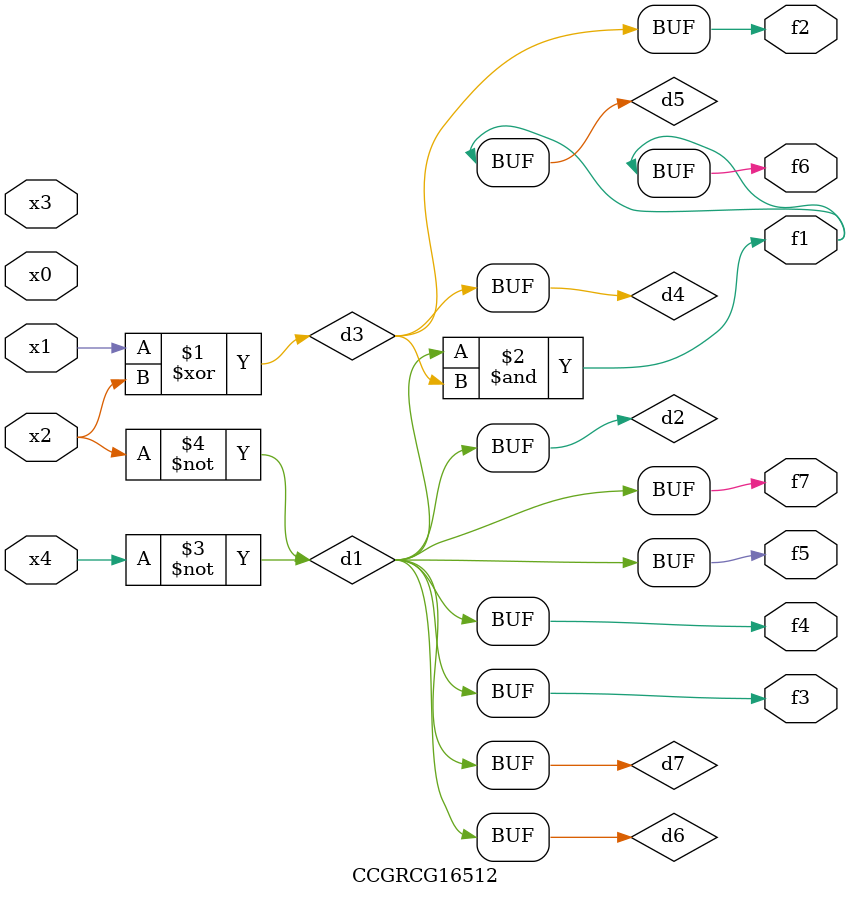
<source format=v>
module CCGRCG16512(
	input x0, x1, x2, x3, x4,
	output f1, f2, f3, f4, f5, f6, f7
);

	wire d1, d2, d3, d4, d5, d6, d7;

	not (d1, x4);
	not (d2, x2);
	xor (d3, x1, x2);
	buf (d4, d3);
	and (d5, d1, d3);
	buf (d6, d1, d2);
	buf (d7, d2);
	assign f1 = d5;
	assign f2 = d4;
	assign f3 = d7;
	assign f4 = d7;
	assign f5 = d7;
	assign f6 = d5;
	assign f7 = d7;
endmodule

</source>
